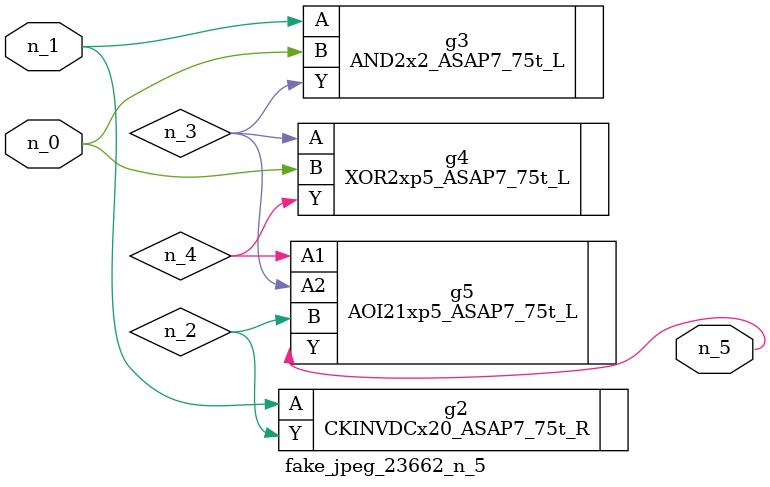
<source format=v>
module fake_jpeg_23662_n_5 (n_0, n_1, n_5);

input n_0;
input n_1;

output n_5;

wire n_2;
wire n_3;
wire n_4;

CKINVDCx20_ASAP7_75t_R g2 ( 
.A(n_1),
.Y(n_2)
);

AND2x2_ASAP7_75t_L g3 ( 
.A(n_1),
.B(n_0),
.Y(n_3)
);

XOR2xp5_ASAP7_75t_L g4 ( 
.A(n_3),
.B(n_0),
.Y(n_4)
);

AOI21xp5_ASAP7_75t_L g5 ( 
.A1(n_4),
.A2(n_3),
.B(n_2),
.Y(n_5)
);


endmodule
</source>
